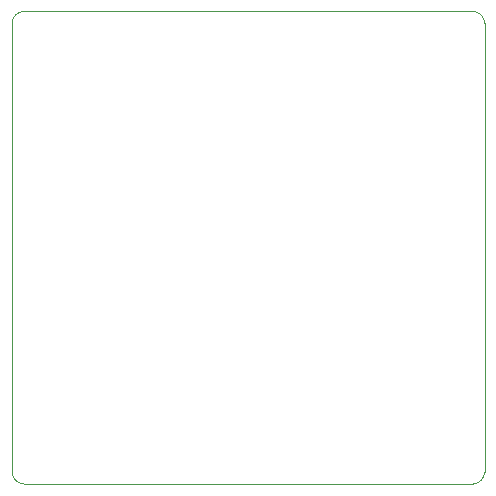
<source format=gbr>
G04 #@! TF.GenerationSoftware,KiCad,Pcbnew,5.1.4*
G04 #@! TF.CreationDate,2019-09-01T13:26:14+02:00*
G04 #@! TF.ProjectId,kroneum,6b726f6e-6575-46d2-9e6b-696361645f70,rev?*
G04 #@! TF.SameCoordinates,PX9eae8f0PY7ec80e0*
G04 #@! TF.FileFunction,Profile,NP*
%FSLAX46Y46*%
G04 Gerber Fmt 4.6, Leading zero omitted, Abs format (unit mm)*
G04 Created by KiCad (PCBNEW 5.1.4) date 2019-09-01 13:26:14*
%MOMM*%
%LPD*%
G04 APERTURE LIST*
%ADD10C,0.050000*%
G04 APERTURE END LIST*
D10*
X10000Y990000D02*
G75*
G02X-990000Y-10000I-1000000J0D01*
G01*
X-38990000Y-10000D02*
G75*
G02X-39990000Y990000I0J1000000D01*
G01*
X-39990000Y38990000D02*
G75*
G02X-38990000Y39990000I1000000J0D01*
G01*
X10000Y38990000D02*
G75*
G03X-990000Y39990000I-1000000J0D01*
G01*
X-990000Y-10000D02*
X-38990000Y-10000D01*
X10000Y38990000D02*
X10000Y990000D01*
X-38990000Y39990000D02*
X-990000Y39990000D01*
X-39990000Y990000D02*
X-39990000Y38990000D01*
M02*

</source>
